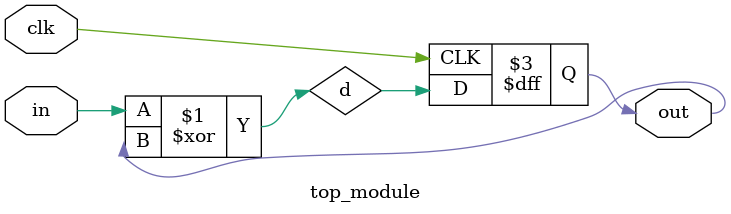
<source format=v>
module top_module (
    input clk,
    input in, 
    output out);
    reg d ;
    assign d = in ^ out ;
    always @ ( posedge clk ) begin
        out <= d ;
    end
      

endmodule

</source>
